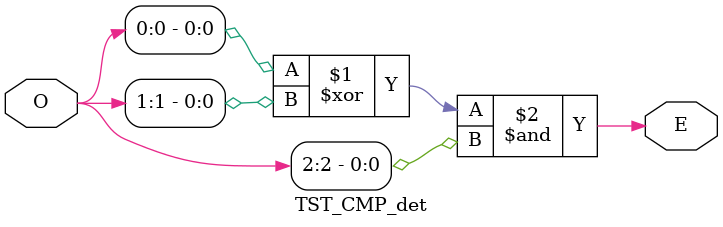
<source format=v>
module TST_CMP_det(O,E);
	input [2:0] O;
	output E;
	assign E = (O[0] ^ O[1]) & O[2];
endmodule
</source>
